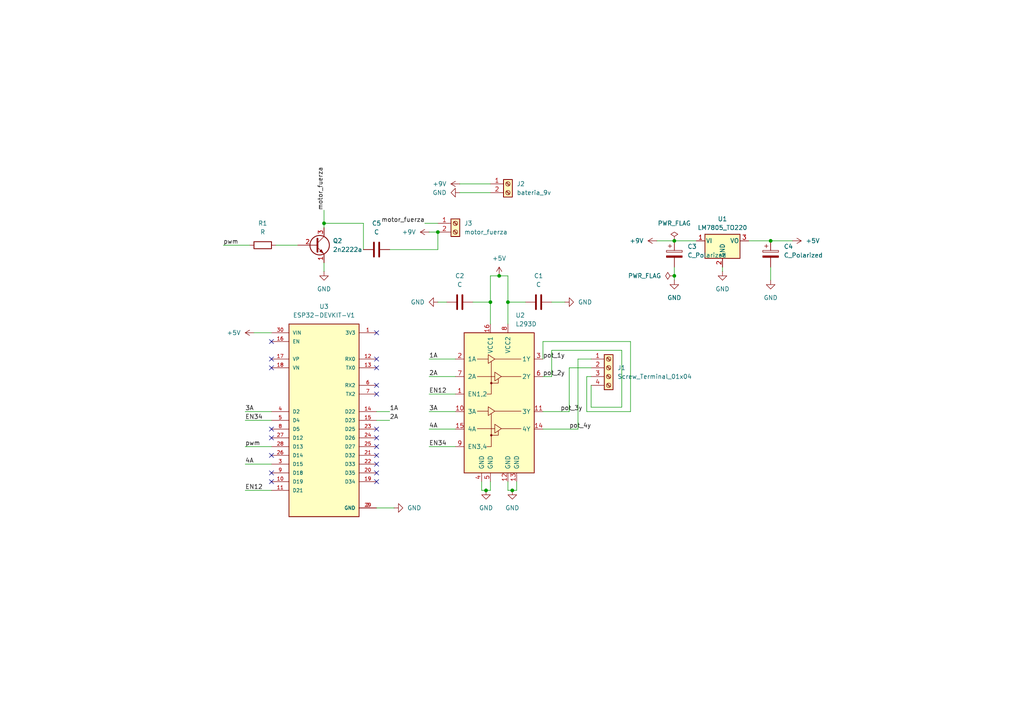
<source format=kicad_sch>
(kicad_sch (version 20231120) (generator "eeschema") (generator_version "8.0")
  (paper "A4")
  (title_block (title "PCB Rin Tin Tin PCB") (date "2024-09-11") (rev "3"))
  (lib_symbols
    (symbol "Connector:Screw_Terminal_01x02" (pin_names (offset 1.016) hide)
      (property "Reference" "J" (at 0 2.54 0))
      (property "Value" "Screw_Terminal_01x02" (at 0 -5.08 0))
      (symbol "Screw_Terminal_01x02_1_1"
        (rectangle (start -1.27 1.27) (end 1.27 -3.81) (stroke (width 0.254)) (fill (type background)))
        (circle (center 0 -2.54) (radius 0.635) (stroke (width 0.1524)))
        (polyline (pts (xy -0.5334 -2.2098) (xy 0.3302 -3.048)) (stroke (width 0.1524)))
        (polyline (pts (xy -0.5334 0.3302) (xy 0.3302 -0.508)) (stroke (width 0.1524)))
        (polyline (pts (xy -0.3556 -2.032) (xy 0.508 -2.8702)) (stroke (width 0.1524)))
        (polyline (pts (xy -0.3556 0.508) (xy 0.508 -0.3302)) (stroke (width 0.1524)))
        (circle (center 0 0) (radius 0.635) (stroke (width 0.1524)))
        (pin passive line (at -5.08 0 0) (length 3.81) (name "Pin_1") (number "1"))
        (pin passive line (at -5.08 -2.54 0) (length 3.81) (name "Pin_2") (number "2"))
      )
    )
    (symbol "Connector:Screw_Terminal_01x04" (pin_names (offset 1.016) hide)
      (property "Reference" "J" (at 0 5.08 0))
      (property "Value" "Screw_Terminal_01x04" (at 0 -7.62 0))
      (symbol "Screw_Terminal_01x04_1_1"
        (rectangle (start -1.27 3.81) (end 1.27 -6.35) (stroke (width 0.254)) (fill (type background)))
        (circle (center 0 -5.08) (radius 0.635) (stroke (width 0.1524)))
        (circle (center 0 -2.54) (radius 0.635) (stroke (width 0.1524)))
        (polyline (pts (xy -0.5334 -4.7498) (xy 0.3302 -5.588)) (stroke (width 0.1524)))
        (polyline (pts (xy -0.5334 -2.2098) (xy 0.3302 -3.048)) (stroke (width 0.1524)))
        (polyline (pts (xy -0.5334 0.3302) (xy 0.3302 -0.508)) (stroke (width 0.1524)))
        (polyline (pts (xy -0.5334 2.8702) (xy 0.3302 2.032)) (stroke (width 0.1524)))
        (polyline (pts (xy -0.3556 -4.572) (xy 0.508 -5.4102)) (stroke (width 0.1524)))
        (polyline (pts (xy -0.3556 -2.032) (xy 0.508 -2.8702)) (stroke (width 0.1524)))
        (polyline (pts (xy -0.3556 0.508) (xy 0.508 -0.3302)) (stroke (width 0.1524)))
        (polyline (pts (xy -0.3556 3.048) (xy 0.508 2.2098)) (stroke (width 0.1524)))
        (circle (center 0 0) (radius 0.635) (stroke (width 0.1524)))
        (circle (center 0 2.54) (radius 0.635) (stroke (width 0.1524)))
        (pin passive line (at -5.08 2.54 0) (length 3.81) (name "Pin_1") (number "1"))
        (pin passive line (at -5.08 0 0) (length 3.81) (name "Pin_2") (number "2"))
        (pin passive line (at -5.08 -2.54 0) (length 3.81) (name "Pin_3") (number "3"))
        (pin passive line (at -5.08 -5.08 0) (length 3.81) (name "Pin_4") (number "4"))
      )
    )
    (symbol "Device:C" (pin_numbers hide) (pin_names (offset 0.254))
      (property "Reference" "C" (at 0.635 2.54 0))
      (property "Value" "C" (at 0.635 -2.54 0))
      (symbol "C_0_1"
        (polyline (pts (xy -2.032 -0.762) (xy 2.032 -0.762)) (stroke (width 0.508)))
        (polyline (pts (xy -2.032 0.762) (xy 2.032 0.762)) (stroke (width 0.508)))
      )
      (symbol "C_1_1"
        (pin passive line (at 0 3.81 270) (length 2.794) (name "~") (number "1"))
        (pin passive line (at 0 -3.81 90) (length 2.794) (name "~") (number "2"))
      )
    )
    (symbol "Device:C_Polarized" (pin_numbers hide) (pin_names (offset 0.254))
      (property "Reference" "C" (at 0.635 2.54 0))
      (property "Value" "C_Polarized" (at 0.635 -2.54 0))
      (symbol "C_Polarized_0_1"
        (rectangle (start -2.286 0.508) (end 2.286 1.016))
        (polyline (pts (xy -1.778 2.286) (xy -0.762 2.286)))
        (polyline (pts (xy -1.27 2.794) (xy -1.27 1.778)))
        (rectangle (start 2.286 -0.508) (end -2.286 -1.016) (fill (type outline)))
      )
      (symbol "C_Polarized_1_1"
        (pin passive line (at 0 3.81 270) (length 2.794) (name "~") (number "1"))
        (pin passive line (at 0 -3.81 90) (length 2.794) (name "~") (number "2"))
      )
    )
    (symbol "Device:Q_NPN_EBC" (pin_names (offset 0) hide)
      (property "Reference" "Q" (at 5.08 1.27 0))
      (property "Value" "Q_NPN_EBC" (at 5.08 -1.27 0))
      (symbol "Q_NPN_EBC_0_1"
        (polyline (pts (xy 0.635 0.635) (xy 2.54 2.54)))
        (polyline (pts (xy 0.635 -0.635) (xy 2.54 -2.54) (xy 2.54 -2.54)))
        (polyline (pts (xy 0.635 1.905) (xy 0.635 -1.905) (xy 0.635 -1.905)) (stroke (width 0.508)))
        (polyline (pts (xy 1.27 -1.778) (xy 1.778 -1.27) (xy 2.286 -2.286) (xy 1.27 -1.778) (xy 1.27 -1.778)) (fill (type outline)))
        (circle (center 1.27 0) (radius 2.8194) (stroke (width 0.254)))
      )
      (symbol "Q_NPN_EBC_1_1"
        (pin passive line (at 2.54 -5.08 90) (length 2.54) (name "E") (number "1"))
        (pin passive line (at -5.08 0 0) (length 5.715) (name "B") (number "2"))
        (pin passive line (at 2.54 5.08 270) (length 2.54) (name "C") (number "3"))
      )
    )
    (symbol "Device:R" (pin_numbers hide) (pin_names (offset 0))
      (property "Reference" "R" (at 2.032 0 90))
      (property "Value" "R" (at 0 0 90))
      (symbol "R_0_1"
        (rectangle (start -1.016 -2.54) (end 1.016 2.54) (stroke (width 0.254)))
      )
      (symbol "R_1_1"
        (pin passive line (at 0 3.81 270) (length 1.27) (name "~") (number "1"))
        (pin passive line (at 0 -3.81 90) (length 1.27) (name "~") (number "2"))
      )
    )
    (symbol "Driver_Motor:L293D" (pin_names (offset 1.016))
      (property "Reference" "U" (at -5.08 26.035 0))
      (property "Value" "L293D" (at -5.08 24.13 0))
      (symbol "L293D_0_1"
        (rectangle (start -10.16 22.86) (end 10.16 -17.78) (stroke (width 0.254)) (fill (type background)))
        (circle (center -2.286 -6.858) (radius 0.254) (fill (type outline)))
        (circle (center -2.286 8.255) (radius 0.254) (fill (type outline)))
        (polyline (pts (xy -6.35 -4.953) (xy -1.27 -4.953)))
        (polyline (pts (xy -6.35 0.127) (xy -3.175 0.127)))
        (polyline (pts (xy -6.35 10.16) (xy -1.27 10.16)))
        (polyline (pts (xy -6.35 15.24) (xy -3.175 15.24)))
        (polyline (pts (xy -1.27 0.127) (xy 6.35 0.127)))
        (polyline (pts (xy -1.27 15.24) (xy 6.35 15.24)))
        (polyline (pts (xy 0.635 -4.953) (xy 6.35 -4.953)))
        (polyline (pts (xy 0.635 10.16) (xy 6.35 10.16)))
        (polyline (pts (xy -2.286 -6.858) (xy -0.254 -6.858) (xy -0.254 -5.588)))
        (polyline (pts (xy -2.286 -0.635) (xy -2.286 -10.16) (xy -3.556 -10.16)))
        (polyline (pts (xy -2.286 8.255) (xy -0.254 8.255) (xy -0.254 9.525)))
        (polyline (pts (xy -2.286 14.478) (xy -2.286 5.08) (xy -3.556 5.08)))
        (polyline (pts (xy -3.175 1.397) (xy -3.175 -1.143) (xy -1.27 0.127) (xy -3.175 1.397)))
        (polyline (pts (xy -3.175 16.51) (xy -3.175 13.97) (xy -1.27 15.24) (xy -3.175 16.51)))
        (polyline (pts (xy -1.27 -3.683) (xy -1.27 -6.223) (xy 0.635 -4.953) (xy -1.27 -3.683)))
        (polyline (pts (xy -1.27 11.43) (xy -1.27 8.89) (xy 0.635 10.16) (xy -1.27 11.43)))
      )
      (symbol "L293D_1_1"
        (pin input line (at -12.7 5.08 0) (length 2.54) (name "EN1,2") (number "1"))
        (pin input line (at -12.7 0 0) (length 2.54) (name "3A") (number "10"))
        (pin output line (at 12.7 0 180) (length 2.54) (name "3Y") (number "11"))
        (pin power_in line (at 2.54 -20.32 90) (length 2.54) (name "GND") (number "12"))
        (pin power_in line (at 5.08 -20.32 90) (length 2.54) (name "GND") (number "13"))
        (pin output line (at 12.7 -5.08 180) (length 2.54) (name "4Y") (number "14"))
        (pin input line (at -12.7 -5.08 0) (length 2.54) (name "4A") (number "15"))
        (pin power_in line (at -2.54 25.4 270) (length 2.54) (name "VCC1") (number "16"))
        (pin input line (at -12.7 15.24 0) (length 2.54) (name "1A") (number "2"))
        (pin output line (at 12.7 15.24 180) (length 2.54) (name "1Y") (number "3"))
        (pin power_in line (at -5.08 -20.32 90) (length 2.54) (name "GND") (number "4"))
        (pin power_in line (at -2.54 -20.32 90) (length 2.54) (name "GND") (number "5"))
        (pin output line (at 12.7 10.16 180) (length 2.54) (name "2Y") (number "6"))
        (pin input line (at -12.7 10.16 0) (length 2.54) (name "2A") (number "7"))
        (pin power_in line (at 2.54 25.4 270) (length 2.54) (name "VCC2") (number "8"))
        (pin input line (at -12.7 -10.16 0) (length 2.54) (name "EN3,4") (number "9"))
      )
    )
    (symbol "Regulator_Linear:LM7805_TO220" (pin_names (offset 0.254))
      (property "Reference" "U" (at -3.81 3.175 0))
      (property "Value" "LM7805_TO220" (at 0 3.175 0))
      (symbol "LM7805_TO220_0_1"
        (rectangle (start -5.08 1.905) (end 5.08 -5.08) (stroke (width 0.254)) (fill (type background)))
      )
      (symbol "LM7805_TO220_1_1"
        (pin power_in line (at -7.62 0 0) (length 2.54) (name "VI") (number "1"))
        (pin power_in line (at 0 -7.62 90) (length 2.54) (name "GND") (number "2"))
        (pin power_out line (at 7.62 0 180) (length 2.54) (name "VO") (number "3"))
      )
    )
    (symbol "esp32-devkit-v1:ESP32-DEVKIT-V1" (pin_names (offset 1.016))
      (property "Reference" "U" (at -10.16 30.48 0))
      (property "Value" "ESP32-DEVKIT-V1" (at -10.16 -30.48 0))
      (symbol "ESP32-DEVKIT-V1_0_0"
        (rectangle (start -10.16 -27.94) (end 10.16 27.94) (stroke (width 0.254)) (fill (type background)))
        (pin output line (at 15.24 25.4 180) (length 5.08) (name "3V3") (number "1"))
        (pin bidirectional line (at -15.24 -17.78 0) (length 5.08) (name "D19") (number "10"))
        (pin bidirectional line (at -15.24 -20.32 0) (length 5.08) (name "D21") (number "11"))
        (pin input line (at 15.24 17.78 180) (length 5.08) (name "RX0") (number "12"))
        (pin output line (at 15.24 15.24 180) (length 5.08) (name "TX0") (number "13"))
        (pin bidirectional line (at 15.24 2.54 180) (length 5.08) (name "D22") (number "14"))
        (pin bidirectional line (at 15.24 0 180) (length 5.08) (name "D23") (number "15"))
        (pin input line (at -15.24 22.86 0) (length 5.08) (name "EN") (number "16"))
        (pin bidirectional line (at -15.24 17.78 0) (length 5.08) (name "VP") (number "17"))
        (pin bidirectional line (at -15.24 15.24 0) (length 5.08) (name "VN") (number "18"))
        (pin bidirectional line (at 15.24 -17.78 180) (length 5.08) (name "D34") (number "19"))
        (pin power_in line (at 15.24 -25.4 180) (length 5.08) (name "GND") (number "2"))
        (pin bidirectional line (at 15.24 -15.24 180) (length 5.08) (name "D35") (number "20"))
        (pin bidirectional line (at 15.24 -10.16 180) (length 5.08) (name "D32") (number "21"))
        (pin bidirectional line (at 15.24 -12.7 180) (length 5.08) (name "D33") (number "22"))
        (pin bidirectional line (at 15.24 -2.54 180) (length 5.08) (name "D25") (number "23"))
        (pin bidirectional line (at 15.24 -5.08 180) (length 5.08) (name "D26") (number "24"))
        (pin bidirectional line (at 15.24 -7.62 180) (length 5.08) (name "D27") (number "25"))
        (pin bidirectional line (at -15.24 -10.16 0) (length 5.08) (name "D14") (number "26"))
        (pin bidirectional line (at -15.24 -5.08 0) (length 5.08) (name "D12") (number "27"))
        (pin bidirectional line (at -15.24 -7.62 0) (length 5.08) (name "D13") (number "28"))
        (pin power_in line (at 15.24 -25.4 180) (length 5.08) (name "GND") (number "29"))
        (pin bidirectional line (at -15.24 -12.7 0) (length 5.08) (name "D15") (number "3"))
        (pin input line (at -15.24 25.4 0) (length 5.08) (name "VIN") (number "30"))
        (pin bidirectional line (at -15.24 2.54 0) (length 5.08) (name "D2") (number "4"))
        (pin bidirectional line (at -15.24 0 0) (length 5.08) (name "D4") (number "5"))
        (pin input line (at 15.24 10.16 180) (length 5.08) (name "RX2") (number "6"))
        (pin output line (at 15.24 7.62 180) (length 5.08) (name "TX2") (number "7"))
        (pin bidirectional line (at -15.24 -2.54 0) (length 5.08) (name "D5") (number "8"))
        (pin bidirectional line (at -15.24 -15.24 0) (length 5.08) (name "D18") (number "9"))
      )
    )
    (symbol "power:+5V" (power) (pin_numbers hide) (pin_names (offset 0) hide)
      (property "Value" "+5V" (at 0 3.556 0))
      (symbol "+5V_0_1"
        (polyline (pts (xy -0.762 1.27) (xy 0 2.54)))
        (polyline (pts (xy 0 0) (xy 0 2.54)))
        (polyline (pts (xy 0 2.54) (xy 0.762 1.27)))
      )
      (symbol "+5V_1_1"
        (pin power_in line (at 0 0 90) (length 0) (name "~") (number "1"))
      )
    )
    (symbol "power:+9V" (power) (pin_numbers hide) (pin_names (offset 0) hide)
      (property "Value" "+9V" (at 0 3.556 0))
      (symbol "+9V_0_1"
        (polyline (pts (xy -0.762 1.27) (xy 0 2.54)))
        (polyline (pts (xy 0 0) (xy 0 2.54)))
        (polyline (pts (xy 0 2.54) (xy 0.762 1.27)))
      )
      (symbol "+9V_1_1"
        (pin power_in line (at 0 0 90) (length 0) (name "~") (number "1"))
      )
    )
    (symbol "power:GND" (power) (pin_numbers hide) (pin_names (offset 0) hide)
      (property "Value" "GND" (at 0 -3.81 0))
      (symbol "GND_0_1"
        (polyline (pts (xy 0 0) (xy 0 -1.27) (xy 1.27 -1.27) (xy 0 -2.54) (xy -1.27 -1.27) (xy 0 -1.27)))
      )
      (symbol "GND_1_1"
        (pin power_in line (at 0 0 270) (length 0) (name "~") (number "1"))
      )
    )
    (symbol "power:PWR_FLAG" (power) (pin_numbers hide) (pin_names (offset 0) hide)
      (property "Value" "PWR_FLAG" (at 0 3.81 0))
      (symbol "PWR_FLAG_0_0"
        (pin power_out line (at 0 0 90) (length 0) (name "~") (number "1"))
      )
      (symbol "PWR_FLAG_0_1"
        (polyline (pts (xy 0 0) (xy 0 1.27) (xy -1.016 1.905) (xy 0 2.54) (xy 1.016 1.905) (xy 0 1.27)))
      )
    )
  )
  (junction (at 147.32 87.63))
  (junction (at 93.98 64.77))
  (junction (at 144.78 80.01))
  (junction (at 140.97 142.24))
  (junction (at 195.58 69.85))
  (junction (at 148.59 142.24))
  (junction (at 127 67.31))
  (junction (at 223.52 69.85))
  (junction (at 142.24 87.63))
  (junction (at 195.58 80.01))
  (no_connect (at 109.22 137.16))
  (no_connect (at 78.74 104.14))
  (no_connect (at 78.74 137.16))
  (no_connect (at 109.22 111.76))
  (no_connect (at 109.22 104.14))
  (no_connect (at 109.22 127))
  (no_connect (at 109.22 139.7))
  (no_connect (at 109.22 124.46))
  (no_connect (at 109.22 106.68))
  (no_connect (at 78.74 124.46))
  (no_connect (at 78.74 139.7))
  (no_connect (at 78.74 106.68))
  (no_connect (at 109.22 114.3))
  (no_connect (at 109.22 129.54))
  (no_connect (at 109.22 134.62))
  (no_connect (at 109.22 96.52))
  (no_connect (at 78.74 99.06))
  (no_connect (at 78.74 132.08))
  (no_connect (at 78.74 127))
  (no_connect (at 109.22 132.08))
  (wire (pts (xy 142.24 142.24) (xy 140.97 142.24)))
  (wire (pts (xy 142.24 93.98) (xy 142.24 87.63)))
  (wire (pts (xy 195.58 69.85) (xy 201.93 69.85)))
  (wire (pts (xy 73.66 96.52) (xy 78.74 96.52)))
  (wire (pts (xy 209.55 77.47) (xy 209.55 78.74)))
  (wire (pts (xy 171.45 109.22) (xy 170.18 109.22)))
  (wire (pts (xy 223.52 77.47) (xy 223.52 81.28)))
  (wire (pts (xy 217.17 69.85) (xy 223.52 69.85)))
  (wire (pts (xy 124.46 124.46) (xy 132.08 124.46)))
  (wire (pts (xy 124.46 67.31) (xy 127 67.31)))
  (wire (pts (xy 133.35 53.34) (xy 142.24 53.34)))
  (wire (pts (xy 147.32 93.98) (xy 147.32 87.63)))
  (wire (pts (xy 180.34 118.11) (xy 180.34 101.6)))
  (wire (pts (xy 124.46 119.38) (xy 132.08 119.38)))
  (wire (pts (xy 165.1 119.38) (xy 165.1 106.68)))
  (wire (pts (xy 182.88 119.38) (xy 182.88 99.06)))
  (wire (pts (xy 167.64 104.14) (xy 171.45 104.14)))
  (wire (pts (xy 71.12 119.38) (xy 78.74 119.38)))
  (wire (pts (xy 139.7 142.24) (xy 139.7 139.7)))
  (wire (pts (xy 124.46 104.14) (xy 132.08 104.14)))
  (wire (pts (xy 133.35 55.88) (xy 142.24 55.88)))
  (wire (pts (xy 147.32 142.24) (xy 148.59 142.24)))
  (wire (pts (xy 223.52 69.85) (xy 229.87 69.85)))
  (wire (pts (xy 71.12 121.92) (xy 78.74 121.92)))
  (wire (pts (xy 149.86 142.24) (xy 148.59 142.24)))
  (wire (pts (xy 147.32 87.63) (xy 147.32 80.01)))
  (wire (pts (xy 157.48 124.46) (xy 167.64 124.46)))
  (wire (pts (xy 142.24 139.7) (xy 142.24 142.24)))
  (wire (pts (xy 105.41 72.39) (xy 105.41 64.77)))
  (wire (pts (xy 190.5 69.85) (xy 195.58 69.85)))
  (wire (pts (xy 147.32 139.7) (xy 147.32 142.24)))
  (wire (pts (xy 142.24 87.63) (xy 142.24 80.01)))
  (wire (pts (xy 93.98 76.2) (xy 93.98 78.74)))
  (wire (pts (xy 147.32 87.63) (xy 152.4 87.63)))
  (wire (pts (xy 71.12 134.62) (xy 78.74 134.62)))
  (wire (pts (xy 93.98 60.96) (xy 93.98 64.77)))
  (wire (pts (xy 124.46 129.54) (xy 132.08 129.54)))
  (wire (pts (xy 149.86 139.7) (xy 149.86 142.24)))
  (wire (pts (xy 170.18 119.38) (xy 182.88 119.38)))
  (wire (pts (xy 171.45 118.11) (xy 180.34 118.11)))
  (wire (pts (xy 195.58 77.47) (xy 195.58 80.01)))
  (wire (pts (xy 171.45 111.76) (xy 171.45 118.11)))
  (wire (pts (xy 165.1 106.68) (xy 171.45 106.68)))
  (wire (pts (xy 160.02 101.6) (xy 160.02 109.22)))
  (wire (pts (xy 64.77 71.12) (xy 72.39 71.12)))
  (wire (pts (xy 80.01 71.12) (xy 86.36 71.12)))
  (wire (pts (xy 124.46 109.22) (xy 132.08 109.22)))
  (wire (pts (xy 93.98 64.77) (xy 93.98 66.04)))
  (wire (pts (xy 123.19 64.77) (xy 127 64.77)))
  (wire (pts (xy 127 87.63) (xy 129.54 87.63)))
  (wire (pts (xy 195.58 80.01) (xy 195.58 81.28)))
  (wire (pts (xy 160.02 87.63) (xy 163.83 87.63)))
  (wire (pts (xy 147.32 80.01) (xy 144.78 80.01)))
  (wire (pts (xy 109.22 121.92) (xy 113.03 121.92)))
  (wire (pts (xy 142.24 80.01) (xy 144.78 80.01)))
  (wire (pts (xy 105.41 64.77) (xy 93.98 64.77)))
  (wire (pts (xy 160.02 109.22) (xy 157.48 109.22)))
  (wire (pts (xy 71.12 129.54) (xy 78.74 129.54)))
  (wire (pts (xy 114.3 147.32) (xy 109.22 147.32)))
  (wire (pts (xy 124.46 114.3) (xy 132.08 114.3)))
  (wire (pts (xy 109.22 119.38) (xy 113.03 119.38)))
  (wire (pts (xy 157.48 119.38) (xy 165.1 119.38)))
  (wire (pts (xy 140.97 142.24) (xy 139.7 142.24)))
  (wire (pts (xy 157.48 99.06) (xy 157.48 104.14)))
  (wire (pts (xy 182.88 99.06) (xy 157.48 99.06)))
  (wire (pts (xy 71.12 142.24) (xy 78.74 142.24)))
  (wire (pts (xy 167.64 104.14) (xy 167.64 124.46)))
  (wire (pts (xy 180.34 101.6) (xy 160.02 101.6)))
  (wire (pts (xy 137.16 87.63) (xy 142.24 87.63)))
  (wire (pts (xy 113.03 72.39) (xy 127 72.39)))
  (wire (pts (xy 127 72.39) (xy 127 67.31)))
  (wire (pts (xy 170.18 109.22) (xy 170.18 119.38)))
  (label "pwm" (at 64.77 71.12 0))
  (label "1A" (at 113.03 119.38 0))
  (label "4A" (at 71.12 134.62 0))
  (label "EN12" (at 71.12 142.24 0))
  (label "motor_fuerza" (at 93.98 60.96 90))
  (label "3A" (at 124.46 119.38 0))
  (label "2A" (at 113.03 121.92 0))
  (label "pwm" (at 71.12 129.54 0))
  (label "EN12" (at 124.46 114.3 0))
  (label "pot_3y" (at 162.56 119.38 0))
  (label "1A" (at 124.46 104.14 0))
  (label "pot_4y" (at 165.1 124.46 0))
  (label "3A" (at 71.12 119.38 0))
  (label "EN34" (at 71.12 121.92 0))
  (label "2A" (at 124.46 109.22 0))
  (label "motor_fuerza" (at 123.19 64.77 180))
  (label "pot_1y" (at 157.48 104.14 0))
  (label "EN34" (at 124.46 129.54 0))
  (label "pot_2y" (at 157.48 109.22 0))
  (label "4A" (at 124.46 124.46 0))
  (symbol (lib_id "power:GND") (at 127 87.63 270) (unit 1)
    (property "Reference" "#PWR013" (effects (hide yes)))
    (property "Value" "GND" (at 123.19 87.6299 90) (effects (justify right)))
    (property "Description" "Power symbol creates a global label with name \"GND\" , ground" (effects (hide yes)))
  )
  (symbol (lib_id "Device:C") (at 156.21 87.63 90) (unit 1)
    (property "Reference" "C1" (at 156.21 80.01 90))
    (property "Value" "C" (at 156.21 82.55 90))
    (property "Footprint" "Capacitor_THT:C_Disc_D4.3mm_W1.9mm_P5.00mm" (effects (hide yes)))
    (property "Description" "Unpolarized capacitor" (effects (hide yes)))
  )
  (symbol (lib_id "Device:C_Polarized") (at 195.58 73.66 0) (unit 1)
    (property "Reference" "C3" (at 199.39 71.5009 0) (effects (justify left)))
    (property "Value" "C_Polarized" (at 199.39 74.0409 0) (effects (justify left)))
    (property "Footprint" "Capacitor_THT:CP_Radial_D4.0mm_P2.00mm" (effects (hide yes)))
    (property "Description" "Polarized capacitor" (effects (hide yes)))
  )
  (symbol (lib_id "Device:C_Polarized") (at 223.52 73.66 0) (unit 1)
    (property "Reference" "C4" (at 227.33 71.5009 0) (effects (justify left)))
    (property "Value" "C_Polarized" (at 227.33 74.0409 0) (effects (justify left)))
    (property "Footprint" "Capacitor_THT:CP_Radial_D4.0mm_P2.00mm" (effects (hide yes)))
    (property "Description" "Polarized capacitor" (effects (hide yes)))
  )
  (symbol (lib_id "power:+5V") (at 229.87 69.85 270) (unit 1)
    (property "Reference" "#PWR05" (effects (hide yes)))
    (property "Value" "+5V" (at 233.68 69.8499 90) (effects (justify left)))
    (property "Description" "Power symbol creates a global label with name \"+5V\"" (effects (hide yes)))
  )
  (symbol (lib_id "power:GND") (at 140.97 142.24 0) (unit 1)
    (property "Reference" "#PWR02" (effects (hide yes)))
    (property "Value" "GND" (at 140.97 147.32 0))
    (property "Description" "Power symbol creates a global label with name \"GND\" , ground" (effects (hide yes)))
  )
  (symbol (lib_id "power:GND") (at 163.83 87.63 90) (unit 1)
    (property "Reference" "#PWR014" (effects (hide yes)))
    (property "Value" "GND" (at 167.64 87.6299 90) (effects (justify right)))
    (property "Description" "Power symbol creates a global label with name \"GND\" , ground" (effects (hide yes)))
  )
  (symbol (lib_id "power:+9V") (at 124.46 67.31 90) (unit 1)
    (property "Reference" "#PWR011" (effects (hide yes)))
    (property "Value" "+9V" (at 120.65 67.3099 90) (effects (justify left)))
    (property "Description" "Power symbol creates a global label with name \"+9V\"" (effects (hide yes)))
  )
  (symbol (lib_id "Device:C") (at 109.22 72.39 270) (unit 1)
    (property "Reference" "C5" (at 109.22 64.77 90))
    (property "Value" "C" (at 109.22 67.31 90))
    (property "Footprint" "Capacitor_THT:C_Disc_D4.3mm_W1.9mm_P5.00mm" (effects (hide yes)))
    (property "Description" "Unpolarized capacitor" (effects (hide yes)))
  )
  (symbol (lib_id "Device:R") (at 76.2 71.12 90) (unit 1)
    (property "Reference" "R1" (at 76.2 64.77 90))
    (property "Value" "R" (at 76.2 67.31 90))
    (property "Footprint" "Resistor_THT:R_Axial_DIN0207_L6.3mm_D2.5mm_P7.62mm_Horizontal" (effects (hide yes)))
    (property "Description" "Resistor" (effects (hide yes)))
  )
  (symbol (lib_id "power:PWR_FLAG") (at 195.58 69.85 0) (unit 1)
    (property "Reference" "#FLG01" (effects (hide yes)))
    (property "Value" "PWR_FLAG" (at 195.58 64.77 0))
    (property "Description" "Special symbol for telling ERC where power comes from" (effects (hide yes)))
  )
  (symbol (lib_id "Regulator_Linear:LM7805_TO220") (at 209.55 69.85 0) (unit 1)
    (property "Reference" "U1" (at 209.55 63.5 0))
    (property "Value" "LM7805_TO220" (at 209.55 66.04 0))
    (property "Footprint" "Package_TO_SOT_THT:TO-220-3_Vertical" (effects (hide yes)))
    (property "Datasheet" "https://www.onsemi.cn/PowerSolutions/document/MC7800-D.PDF" (effects (hide yes)))
    (property "Description" "Positive 1A 35V Linear Regulator, Fixed Output 5V, TO-220" (effects (hide yes)))
  )
  (symbol (lib_id "Driver_Motor:L293D") (at 144.78 119.38 0) (unit 1)
    (property "Reference" "U2" (at 149.5141 91.44 0) (effects (justify left)))
    (property "Value" "L293D" (at 149.5141 93.98 0) (effects (justify left)))
    (property "Footprint" "Package_DIP:DIP-16_W7.62mm" (effects (hide yes)))
    (property "Datasheet" "http://www.ti.com/lit/ds/symlink/l293.pdf" (effects (hide yes)))
    (property "Description" "Quadruple Half-H Drivers" (effects (hide yes)))
  )
  (symbol (lib_id "Device:C") (at 133.35 87.63 90) (unit 1)
    (property "Reference" "C2" (at 133.35 80.01 90))
    (property "Value" "C" (at 133.35 82.55 90))
    (property "Footprint" "Capacitor_THT:C_Disc_D4.3mm_W1.9mm_P5.00mm" (effects (hide yes)))
    (property "Description" "Unpolarized capacitor" (effects (hide yes)))
  )
  (symbol (lib_id "power:GND") (at 209.55 78.74 0) (unit 1)
    (property "Reference" "#PWR04" (effects (hide yes)))
    (property "Value" "GND" (at 209.55 83.82 0))
    (property "Description" "Power symbol creates a global label with name \"GND\" , ground" (effects (hide yes)))
  )
  (symbol (lib_id "power:GND") (at 195.58 81.28 0) (unit 1)
    (property "Reference" "#PWR016" (effects (hide yes)))
    (property "Value" "GND" (at 195.58 86.36 0))
    (property "Description" "Power symbol creates a global label with name \"GND\" , ground" (effects (hide yes)))
  )
  (symbol (lib_id "power:+5V") (at 144.78 80.01 0) (unit 1)
    (property "Reference" "#PWR08" (effects (hide yes)))
    (property "Value" "+5V" (at 144.78 74.93 0))
    (property "Description" "Power symbol creates a global label with name \"+5V\"" (effects (hide yes)))
  )
  (symbol (lib_id "power:+9V") (at 190.5 69.85 90) (unit 1)
    (property "Reference" "#PWR012" (effects (hide yes)))
    (property "Value" "+9V" (at 186.69 69.8499 90) (effects (justify left)))
    (property "Description" "Power symbol creates a global label with name \"+9V\"" (effects (hide yes)))
  )
  (symbol (lib_id "Device:Q_NPN_EBC") (at 91.44 71.12 0) (unit 1)
    (property "Reference" "Q2" (at 96.52 69.8499 0) (effects (justify left)))
    (property "Value" "2n2222a" (at 96.52 72.3899 0) (effects (justify left)))
    (property "Footprint" "Package_TO_SOT_THT:TO-92" (effects (hide yes)))
    (property "Description" "NPN transistor, emitter/base/collector" (effects (hide yes)))
  )
  (symbol (lib_id "power:GND") (at 114.3 147.32 90) (unit 1)
    (property "Reference" "#PWR01" (effects (hide yes)))
    (property "Value" "GND" (at 118.11 147.3199 90) (effects (justify right)))
    (property "Description" "Power symbol creates a global label with name \"GND\" , ground" (effects (hide yes)))
  )
  (symbol (lib_id "power:PWR_FLAG") (at 195.58 80.01 90) (unit 1)
    (property "Reference" "#FLG02" (effects (hide yes)))
    (property "Value" "PWR_FLAG" (at 191.77 80.0099 90) (effects (justify left)))
    (property "Description" "Special symbol for telling ERC where power comes from" (effects (hide yes)))
  )
  (symbol (lib_id "power:+5V") (at 73.66 96.52 90) (unit 1)
    (property "Reference" "#PWR09" (effects (hide yes)))
    (property "Value" "+5V" (at 69.85 96.5199 90) (effects (justify left)))
    (property "Description" "Power symbol creates a global label with name \"+5V\"" (effects (hide yes)))
  )
  (symbol (lib_id "power:GND") (at 133.35 55.88 270) (unit 1)
    (property "Reference" "#PWR06" (effects (hide yes)))
    (property "Value" "GND" (at 129.54 55.8799 90) (effects (justify right)))
    (property "Description" "Power symbol creates a global label with name \"GND\" , ground" (effects (hide yes)))
  )
  (symbol (lib_id "power:GND") (at 148.59 142.24 0) (unit 1)
    (property "Reference" "#PWR03" (effects (hide yes)))
    (property "Value" "GND" (at 148.59 147.32 0))
    (property "Description" "Power symbol creates a global label with name \"GND\" , ground" (effects (hide yes)))
  )
  (symbol (lib_id "power:GND") (at 93.98 78.74 0) (unit 1)
    (property "Reference" "#PWR010" (effects (hide yes)))
    (property "Value" "GND" (at 93.98 83.82 0))
    (property "Description" "Power symbol creates a global label with name \"GND\" , ground" (effects (hide yes)))
  )
  (symbol (lib_id "Connector:Screw_Terminal_01x02") (at 147.32 53.34 0) (unit 1)
    (property "Reference" "J2" (at 149.86 53.3399 0) (effects (justify left)))
    (property "Value" "bateria_9v" (at 149.86 55.8799 0) (effects (justify left)))
    (property "Footprint" "TerminalBlock:TerminalBlock_bornier-2_P5.08mm" (effects (hide yes)))
    (property "Description" "Generic screw terminal, single row, 01x02, script generated (kicad-library-utils/schlib/autogen/connector/)" (effects (hide yes)))
  )
  (symbol (lib_id "power:GND") (at 223.52 81.28 0) (unit 1)
    (property "Reference" "#PWR015" (effects (hide yes)))
    (property "Value" "GND" (at 223.52 86.36 0))
    (property "Description" "Power symbol creates a global label with name \"GND\" , ground" (effects (hide yes)))
  )
  (symbol (lib_id "esp32-devkit-v1:ESP32-DEVKIT-V1") (at 93.98 121.92 0) (unit 1)
    (property "Reference" "U3" (at 93.98 88.9 0))
    (property "Value" "ESP32-DEVKIT-V1" (at 93.98 91.44 0))
    (property "Footprint" "esp32-devkit:MODULE_ESP32_DEVKIT_V1" (effects (hide yes)))
    (property "MF" "Do it" (effects (hide yes)))
    (property "MAXIMUM_PACKAGE_HEIGHT" "6.8 mm" (effects (hide yes)))
    (property "Package" "None" (effects (hide yes)))
    (property "Price" "None" (effects (hide yes)))
    (property "Check_prices" "https://www.snapeda.com/parts/ESP32-DEVKIT-V1/Do+it/view-part/?ref=eda" (effects (hide yes)))
    (property "STANDARD" "Manufacturer Recommendations" (effects (hide yes)))
    (property "PARTREV" "N/A" (effects (hide yes)))
    (property "SnapEDA_Link" "https://www.snapeda.com/parts/ESP32-DEVKIT-V1/Do+it/view-part/?ref=snap" (effects (hide yes)))
    (property "MP" "ESP32-DEVKIT-V1" (effects (hide yes)))
    (property "Description_1" "\nDoble núcleo, Wi-Fi: 2,4 GHz hasta 150 Mbits/s, BLE (Bluetooth Low Energy) y Bluetooth heredado, 32 bits, hasta 240 MHz\n" (effects (hide yes)))
    (property "Availability" "Not in stock" (effects (hide yes)))
    (property "MANUFACTURER" "DOIT" (effects (hide yes)))
  )
  (symbol (lib_id "power:+9V") (at 133.35 53.34 90) (unit 1)
    (property "Reference" "#PWR07" (effects (hide yes)))
    (property "Value" "+9V" (at 129.54 53.3399 90) (effects (justify left)))
    (property "Description" "Power symbol creates a global label with name \"+9V\"" (effects (hide yes)))
  )
  (symbol (lib_id "Connector:Screw_Terminal_01x04") (at 176.53 106.68 0) (unit 1)
    (property "Reference" "J1" (at 179.07 106.6799 0) (effects (justify left)))
    (property "Value" "Screw_Terminal_01x04" (at 179.07 109.2199 0) (effects (justify left)))
    (property "Footprint" "TerminalBlock:TerminalBlock_bornier-4_P5.08mm" (effects (hide yes)))
    (property "Description" "Generic screw terminal, single row, 01x04, script generated (kicad-library-utils/schlib/autogen/connector/)" (effects (hide yes)))
  )
  (symbol (lib_id "Connector:Screw_Terminal_01x02") (at 132.08 64.77 0) (unit 1)
    (property "Reference" "J3" (at 134.62 64.7699 0) (effects (justify left)))
    (property "Value" "motor_fuerza" (at 134.62 67.3099 0) (effects (justify left)))
    (property "Footprint" "TerminalBlock:TerminalBlock_bornier-2_P5.08mm" (effects (hide yes)))
    (property "Description" "Generic screw terminal, single row, 01x02, script generated (kicad-library-utils/schlib/autogen/connector/)" (effects (hide yes)))
  )
)
</source>
